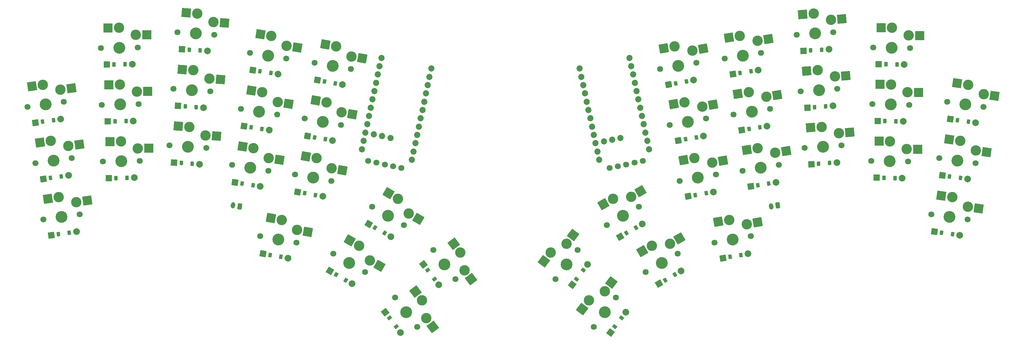
<source format=gbr>
%TF.GenerationSoftware,KiCad,Pcbnew,9.0.2*%
%TF.CreationDate,2025-07-07T14:02:59-04:00*%
%TF.ProjectId,routed_banana_split,726f7574-6564-45f6-9261-6e616e615f73,0.0.1*%
%TF.SameCoordinates,Original*%
%TF.FileFunction,Soldermask,Bot*%
%TF.FilePolarity,Negative*%
%FSLAX46Y46*%
G04 Gerber Fmt 4.6, Leading zero omitted, Abs format (unit mm)*
G04 Created by KiCad (PCBNEW 9.0.2) date 2025-07-07 14:02:59*
%MOMM*%
%LPD*%
G01*
G04 APERTURE LIST*
G04 Aperture macros list*
%AMRoundRect*
0 Rectangle with rounded corners*
0 $1 Rounding radius*
0 $2 $3 $4 $5 $6 $7 $8 $9 X,Y pos of 4 corners*
0 Add a 4 corners polygon primitive as box body*
4,1,4,$2,$3,$4,$5,$6,$7,$8,$9,$2,$3,0*
0 Add four circle primitives for the rounded corners*
1,1,$1+$1,$2,$3*
1,1,$1+$1,$4,$5*
1,1,$1+$1,$6,$7*
1,1,$1+$1,$8,$9*
0 Add four rect primitives between the rounded corners*
20,1,$1+$1,$2,$3,$4,$5,0*
20,1,$1+$1,$4,$5,$6,$7,0*
20,1,$1+$1,$6,$7,$8,$9,0*
20,1,$1+$1,$8,$9,$2,$3,0*%
%AMHorizOval*
0 Thick line with rounded ends*
0 $1 width*
0 $2 $3 position (X,Y) of the first rounded end (center of the circle)*
0 $4 $5 position (X,Y) of the second rounded end (center of the circle)*
0 Add line between two ends*
20,1,$1,$2,$3,$4,$5,0*
0 Add two circle primitives to create the rounded ends*
1,1,$1,$2,$3*
1,1,$1,$4,$5*%
G04 Aperture macros list end*
%ADD10RoundRect,0.050000X0.174973X-1.245001X1.245001X0.174973X-0.174973X1.245001X-1.245001X-0.174973X0*%
%ADD11RoundRect,0.050000X0.208365X-0.720475X0.749998X-0.001703X-0.208365X0.720475X-0.749998X0.001703X0*%
%ADD12C,2.005000*%
%ADD13C,1.852600*%
%ADD14RoundRect,0.050000X-1.017125X-0.738985X0.738985X-1.017125X1.017125X0.738985X-0.738985X1.017125X0*%
%ADD15RoundRect,0.050000X-0.538320X-0.522217X0.350599X-0.663009X0.538320X0.522217X-0.350599X0.663009X0*%
%ADD16C,1.801800*%
%ADD17C,3.100000*%
%ADD18C,3.529000*%
%ADD19RoundRect,0.050000X-1.080630X-1.487360X1.487360X-1.080630X1.080630X1.487360X-1.487360X1.080630X0*%
%ADD20RoundRect,0.050000X-1.029867X-0.721121X0.721121X-1.029867X1.029867X0.721121X-0.721121X1.029867X0*%
%ADD21RoundRect,0.050000X-0.547352X-0.512743X0.338975X-0.669026X0.547352X0.512743X-0.338975X0.669026X0*%
%ADD22RoundRect,0.050000X-1.468274X-1.106423X1.106423X-1.468274X1.468274X1.106423X-1.106423X1.468274X0*%
%ADD23RoundRect,0.050000X-1.387517X-1.206150X1.206150X-1.387517X1.387517X1.206150X-1.206150X1.387517X0*%
%ADD24RoundRect,0.050000X-0.721121X-1.029867X1.029867X-0.721121X0.721121X1.029867X-1.029867X0.721121X0*%
%ADD25RoundRect,0.050000X-0.338975X-0.669026X0.547352X-0.512743X0.338975X0.669026X-0.547352X0.512743X0*%
%ADD26HorizOval,1.800000X0.000000X0.000000X0.000000X0.000000X0*%
%ADD27C,1.800000*%
%ADD28RoundRect,0.050000X-1.214397X-0.325397X0.325397X-1.214397X1.214397X0.325397X-0.325397X1.214397X0*%
%ADD29RoundRect,0.050000X-0.689711X-0.294615X0.089711X-0.744615X0.689711X0.294615X-0.089711X0.744615X0*%
%ADD30RoundRect,0.050000X-1.004073X-0.756623X0.756623X-1.004073X1.004073X0.756623X-0.756623X1.004073X0*%
%ADD31RoundRect,0.050000X-0.529124X-0.531533X0.362117X-0.656789X0.529124X0.531533X-0.362117X0.656789X0*%
%ADD32RoundRect,0.050000X-0.904380X-0.873349X0.873349X-0.904380X0.904380X0.873349X-0.873349X0.904380X0*%
%ADD33RoundRect,0.050000X-0.460403X-0.592055X0.439460X-0.607762X0.460403X0.592055X-0.439460X0.607762X0*%
%ADD34RoundRect,0.050000X-1.277114X-1.322490X1.322490X-1.277114X1.277114X1.322490X-1.322490X1.277114X0*%
%ADD35RoundRect,0.050000X-0.873349X-0.904380X0.904380X-0.873349X0.873349X0.904380X-0.904380X0.873349X0*%
%ADD36RoundRect,0.050000X-0.439460X-0.607762X0.460403X-0.592055X0.439460X0.607762X-0.460403X0.592055X0*%
%ADD37RoundRect,0.050000X-1.054507X-1.505993X1.505993X-1.054507X1.054507X1.505993X-1.505993X1.054507X0*%
%ADD38RoundRect,0.050000X-1.206150X-1.387517X1.387517X-1.206150X1.206150X1.387517X-1.387517X1.206150X0*%
%ADD39RoundRect,0.050000X-0.475833X-1.775833X1.775833X-0.475833X0.475833X1.775833X-1.775833X0.475833X0*%
%ADD40RoundRect,0.050000X-1.505993X-1.054507X1.054507X-1.505993X1.505993X1.054507X-1.054507X1.505993X0*%
%ADD41RoundRect,0.050000X-1.245001X0.174973X-0.174973X-1.245001X1.245001X-0.174973X0.174973X1.245001X0*%
%ADD42RoundRect,0.050000X-0.749998X-0.001703X-0.208365X-0.720475X0.749998X0.001703X0.208365X0.720475X0*%
%ADD43RoundRect,0.050000X-1.775833X-0.475833X0.475833X-1.775833X1.775833X0.475833X-0.475833X1.775833X0*%
%ADD44RoundRect,0.050000X-0.325397X-1.214397X1.214397X-0.325397X0.325397X1.214397X-1.214397X0.325397X0*%
%ADD45RoundRect,0.050000X-0.089711X-0.744615X0.689711X-0.294615X0.089711X0.744615X-0.689711X0.294615X0*%
%ADD46RoundRect,0.050000X-1.322490X-1.277114X1.277114X-1.322490X1.322490X1.277114X-1.277114X1.322490X0*%
%ADD47RoundRect,0.050000X-1.487360X-1.080630X1.080630X-1.487360X1.487360X1.080630X-1.080630X1.487360X0*%
%ADD48HorizOval,1.800000X0.000000X0.000000X0.000000X0.000000X0*%
%ADD49RoundRect,0.050000X-0.824821X-0.948848X0.948848X-0.824821X0.824821X0.948848X-0.948848X0.824821X0*%
%ADD50RoundRect,0.050000X-0.407050X-0.629929X0.490758X-0.567148X0.407050X0.629929X-0.490758X0.567148X0*%
%ADD51RoundRect,0.050000X-1.820586X0.255867X-0.255867X-1.820586X1.820586X-0.255867X0.255867X1.820586X0*%
%ADD52RoundRect,0.050000X-0.948848X-0.824821X0.824821X-0.948848X0.948848X0.824821X-0.824821X0.948848X0*%
%ADD53RoundRect,0.050000X-0.490758X-0.567148X0.407050X-0.629929X0.490758X0.567148X-0.407050X0.629929X0*%
%ADD54RoundRect,0.050000X-1.106423X-1.468274X1.468274X-1.106423X1.106423X1.468274X-1.468274X1.106423X0*%
%ADD55RoundRect,0.050000X-0.756623X-1.004073X1.004073X-0.756623X0.756623X1.004073X-1.004073X0.756623X0*%
%ADD56RoundRect,0.050000X-0.362117X-0.656789X0.529124X-0.531533X0.362117X0.656789X-0.529124X0.531533X0*%
%ADD57RoundRect,0.050000X0.255867X-1.820586X1.820586X0.255867X-0.255867X1.820586X-1.820586X-0.255867X0*%
%ADD58RoundRect,0.050000X-0.738985X-1.017125X1.017125X-0.738985X0.738985X1.017125X-1.017125X0.738985X0*%
%ADD59RoundRect,0.050000X-0.350599X-0.663009X0.538320X-0.522217X0.350599X0.663009X-0.538320X0.522217X0*%
%ADD60RoundRect,0.260000X-0.281170X-0.717822X0.489227X-0.595803X0.281170X0.717822X-0.489227X0.595803X0*%
%ADD61HorizOval,1.300000X-0.043019X0.271614X0.043019X-0.271614X0*%
%ADD62RoundRect,0.260000X-0.489227X-0.595803X0.281170X-0.717822X0.489227X0.595803X-0.281170X0.717822X0*%
%ADD63HorizOval,1.300000X-0.043019X-0.271614X0.043019X0.271614X0*%
G04 APERTURE END LIST*
D10*
%TO.C,D38*%
X250886599Y-181685327D03*
D11*
X252186519Y-179960275D03*
X254172509Y-177324777D03*
D12*
X255472429Y-175599725D03*
%TD*%
D13*
%TO.C,MCU2*%
X241686576Y-102651019D03*
X242214672Y-105135514D03*
X242742767Y-107620009D03*
X243270863Y-110104504D03*
X243798959Y-112588999D03*
X244327053Y-115073494D03*
X244855150Y-117557989D03*
X245383246Y-120042483D03*
X245911342Y-122526978D03*
X246439437Y-125011473D03*
X246967533Y-127495968D03*
X247495629Y-129980463D03*
X262402598Y-126811889D03*
X261874502Y-124327394D03*
X261346407Y-121842899D03*
X260818311Y-119358404D03*
X260290215Y-116873909D03*
X259762121Y-114389414D03*
X259234024Y-111904919D03*
X258705928Y-109420425D03*
X258177832Y-106935930D03*
X257649737Y-104451435D03*
X257121641Y-101966940D03*
X256593545Y-99482445D03*
X248923932Y-124483378D03*
X251408427Y-123955282D03*
X253892922Y-123427186D03*
%TD*%
D14*
%TO.C,D12*%
X144055481Y-103149122D03*
D15*
X146188888Y-103487020D03*
X149448260Y-104003254D03*
D12*
X151581667Y-104341152D03*
%TD*%
D16*
%TO.C,S31*%
X287680384Y-116457787D03*
D17*
X292181885Y-109720651D03*
D18*
X293112670Y-115597397D03*
D17*
X297464482Y-111111393D03*
D16*
X298544956Y-114737007D03*
D19*
X288947206Y-110232974D03*
X300699162Y-110599072D03*
%TD*%
D20*
%TO.C,D13*%
X157427692Y-139622792D03*
D21*
X159554879Y-139997873D03*
X162804745Y-140570911D03*
D12*
X164931932Y-140945992D03*
%TD*%
D16*
%TO.C,S21*%
X346714599Y-146305107D03*
D17*
X352989153Y-141178464D03*
D18*
X352161073Y-147070559D03*
D17*
X357634311Y-144052919D03*
D16*
X357607547Y-147836011D03*
D22*
X349746025Y-140722672D03*
X360877440Y-144508711D03*
%TD*%
D16*
%TO.C,S8*%
X120376298Y-108732655D03*
D17*
X126277951Y-103180810D03*
D18*
X125862900Y-109116316D03*
D17*
X131112307Y-105724233D03*
D16*
X131349502Y-109499977D03*
D23*
X123010929Y-102952357D03*
X134379329Y-105952686D03*
%TD*%
D24*
%TO.C,D34*%
X271170079Y-124204260D03*
D25*
X273297266Y-123829179D03*
X276547132Y-123256141D03*
D12*
X278674319Y-122881060D03*
%TD*%
D24*
%TO.C,D35*%
X268218060Y-107462528D03*
D25*
X270345247Y-107087447D03*
X273595113Y-106514409D03*
D12*
X275722300Y-106139328D03*
%TD*%
D26*
%TO.C,DISP2*%
X250606762Y-132457544D03*
X253091257Y-131929449D03*
X255575752Y-131401353D03*
X258060247Y-130873257D03*
D27*
X260544742Y-130345162D03*
%TD*%
D28*
%TO.C,D19*%
X178655403Y-149209007D03*
D29*
X180526018Y-150289007D03*
X183383902Y-151939007D03*
D12*
X185254517Y-153019007D03*
%TD*%
D30*
%TO.C,D21*%
X347692286Y-151491648D03*
D31*
X349831265Y-151792263D03*
X353099149Y-152251535D03*
D12*
X355238128Y-152552150D03*
%TD*%
D32*
%TO.C,D26*%
X331000834Y-101361267D03*
D33*
X333160505Y-101398965D03*
X336460003Y-101456557D03*
D12*
X338619674Y-101494255D03*
%TD*%
D16*
%TO.C,S5*%
X98954043Y-113521921D03*
D17*
X104349363Y-107476839D03*
D18*
X104453205Y-113425933D03*
D17*
X109386997Y-109589242D03*
D16*
X109952367Y-113329945D03*
D34*
X101074862Y-107533996D03*
X112661498Y-109532085D03*
%TD*%
D35*
%TO.C,D5*%
X100731047Y-118491666D03*
D36*
X102890718Y-118453968D03*
X106190216Y-118396376D03*
D12*
X108349887Y-118358678D03*
%TD*%
D16*
%TO.C,S34*%
X268637515Y-119573686D03*
D17*
X273020751Y-112759015D03*
D18*
X274053958Y-118618621D03*
D17*
X278326816Y-114057351D03*
D16*
X279470401Y-117663556D03*
D37*
X269795506Y-113327713D03*
X281552061Y-113488653D03*
%TD*%
D16*
%TO.C,S27*%
X308890388Y-126458566D03*
D17*
X313961939Y-120139399D03*
D18*
X314376990Y-126074905D03*
D17*
X319103223Y-121985257D03*
D16*
X319863592Y-125691244D03*
D38*
X310694917Y-120367851D03*
X322370246Y-121756805D03*
%TD*%
D16*
%TO.C,S39*%
X249835930Y-149533880D03*
D17*
X251624070Y-141631029D03*
D18*
X254599070Y-146783880D03*
D17*
X257054197Y-141036285D03*
D16*
X259362210Y-144033880D03*
D39*
X248787837Y-143268529D03*
X259890430Y-139398785D03*
%TD*%
D16*
%TO.C,S15*%
X162535648Y-100921825D03*
D17*
X168985298Y-96017284D03*
D18*
X167952091Y-101876890D03*
D17*
X173527310Y-99052102D03*
D16*
X173368534Y-102831955D03*
D40*
X165760052Y-95448586D03*
X176752556Y-99620800D03*
%TD*%
D16*
%TO.C,S35*%
X265685496Y-102831955D03*
D17*
X270068732Y-96017284D03*
D18*
X271101939Y-101876890D03*
D17*
X275374797Y-97315620D03*
D16*
X276518382Y-100921825D03*
D37*
X266843487Y-96585982D03*
X278600042Y-96746922D03*
%TD*%
D41*
%TO.C,D18*%
X183581601Y-175599725D03*
D42*
X184881521Y-177324777D03*
X186867511Y-179960275D03*
D12*
X188167431Y-181685327D03*
%TD*%
D30*
%TO.C,D23*%
X352424171Y-117822534D03*
D31*
X354563150Y-118123149D03*
X357831034Y-118582421D03*
D12*
X359970013Y-118883036D03*
%TD*%
D24*
%TO.C,D36*%
X284488716Y-159426610D03*
D25*
X286615903Y-159051529D03*
X289865769Y-158478491D03*
D12*
X291992956Y-158103410D03*
%TD*%
D16*
%TO.C,S19*%
X179691820Y-144033880D03*
D17*
X187429960Y-141631029D03*
D18*
X184454960Y-146783880D03*
D17*
X190660087Y-146036285D03*
D16*
X189218100Y-149533880D03*
D43*
X184593727Y-139993529D03*
X193496320Y-147673785D03*
%TD*%
D16*
%TO.C,S36*%
X281956152Y-154796036D03*
D17*
X286339388Y-147981365D03*
D18*
X287372595Y-153840971D03*
D17*
X291645453Y-149279701D03*
D16*
X292789038Y-152885906D03*
D37*
X283114143Y-148550063D03*
X294870698Y-148711003D03*
%TD*%
D44*
%TO.C,D39*%
X253799513Y-153019007D03*
D45*
X255670128Y-151939007D03*
X258528012Y-150289007D03*
D12*
X260398627Y-149209007D03*
%TD*%
D16*
%TO.C,S25*%
X329101663Y-113329945D03*
D17*
X334704667Y-107476839D03*
D18*
X334600825Y-113425933D03*
D17*
X339665510Y-109763766D03*
D16*
X340099987Y-113521921D03*
D46*
X331430166Y-107419683D03*
X342940011Y-109820923D03*
%TD*%
D16*
%TO.C,S11*%
X140509075Y-114737007D03*
D17*
X146872146Y-109720651D03*
D18*
X145941361Y-115597397D03*
D17*
X151466432Y-112675738D03*
D16*
X151373647Y-116457787D03*
D47*
X143637467Y-109208329D03*
X154701111Y-113188061D03*
%TD*%
D16*
%TO.C,S17*%
X168093744Y-158122337D03*
D17*
X175831884Y-155719486D03*
D18*
X172856884Y-160872337D03*
D17*
X179062011Y-160124742D03*
D16*
X177620024Y-163622337D03*
D43*
X172995651Y-154081986D03*
X181898244Y-161762242D03*
%TD*%
D48*
%TO.C,DISP1*%
X178509288Y-130345162D03*
X180993783Y-130873257D03*
X183478278Y-131401353D03*
X185962773Y-131929449D03*
D27*
X188447268Y-132457544D03*
%TD*%
D16*
%TO.C,S33*%
X271589534Y-136315418D03*
D17*
X275972770Y-129500747D03*
D18*
X277005977Y-135360353D03*
D17*
X281278835Y-130799083D03*
D16*
X282422420Y-134405288D03*
D37*
X272747525Y-130069445D03*
X284504080Y-130230385D03*
%TD*%
D49*
%TO.C,D29*%
X308553333Y-97411320D03*
D50*
X310708071Y-97260646D03*
X314000033Y-97030450D03*
D12*
X316154771Y-96879776D03*
%TD*%
D16*
%TO.C,S37*%
X261434006Y-163622337D03*
D17*
X263222146Y-155719486D03*
D18*
X266197146Y-160872337D03*
D17*
X268652273Y-155124742D03*
D16*
X270960286Y-158122337D03*
D39*
X260385913Y-157356986D03*
X271488506Y-153487242D03*
%TD*%
D16*
%TO.C,S23*%
X351446484Y-112635993D03*
D17*
X357721038Y-107509350D03*
D18*
X356892958Y-113401445D03*
D17*
X362366196Y-110383805D03*
D16*
X362339432Y-114166897D03*
D22*
X354477910Y-107053558D03*
X365609325Y-110839597D03*
%TD*%
D16*
%TO.C,S20*%
X197980917Y-156952617D03*
D17*
X206042781Y-157764313D03*
D18*
X201290900Y-161345112D03*
D17*
X207294858Y-163081483D03*
D16*
X204600883Y-165737607D03*
D51*
X204071837Y-155148781D03*
X209265802Y-165697015D03*
%TD*%
D52*
%TO.C,D9*%
X122899259Y-96879776D03*
D53*
X125053997Y-97030450D03*
X128345959Y-97260646D03*
D12*
X130500697Y-97411320D03*
%TD*%
D16*
%TO.C,S13*%
X156631610Y-134405288D03*
D17*
X163081260Y-129500747D03*
D18*
X162048053Y-135360353D03*
D17*
X167623272Y-132535565D03*
D16*
X167464496Y-136315418D03*
D40*
X159856014Y-128932049D03*
X170848518Y-133104263D03*
%TD*%
D10*
%TO.C,D40*%
X239463393Y-167396988D03*
D11*
X240763313Y-165671936D03*
X242749303Y-163036438D03*
D12*
X244049223Y-161311386D03*
%TD*%
D20*
%TO.C,D16*%
X147061074Y-158103410D03*
D21*
X149188261Y-158478491D03*
X152438127Y-159051529D03*
D12*
X154565314Y-159426610D03*
%TD*%
D35*
%TO.C,D6*%
X100434356Y-101494255D03*
D36*
X102594027Y-101456557D03*
X105893525Y-101398965D03*
D12*
X108053196Y-101361267D03*
%TD*%
D41*
%TO.C,D20*%
X195004807Y-161311386D03*
D42*
X196304727Y-163036438D03*
X198290717Y-165671936D03*
D12*
X199590637Y-167396988D03*
%TD*%
D52*
%TO.C,D8*%
X121713399Y-113838364D03*
D53*
X123868137Y-113989038D03*
X127160099Y-114219234D03*
D12*
X129314837Y-114369908D03*
%TD*%
D52*
%TO.C,D7*%
X120527539Y-130796953D03*
D53*
X122682277Y-130947627D03*
X125974239Y-131177823D03*
D12*
X128128977Y-131328497D03*
%TD*%
D32*
%TO.C,D24*%
X330407452Y-135356088D03*
D33*
X332567123Y-135393786D03*
X335866621Y-135451378D03*
D12*
X338026292Y-135489076D03*
%TD*%
D16*
%TO.C,S9*%
X121562158Y-91774066D03*
D17*
X127463811Y-86222221D03*
D18*
X127048760Y-92157727D03*
D17*
X132298167Y-88765644D03*
D16*
X132535362Y-92541388D03*
D23*
X124196789Y-85993768D03*
X135565189Y-88994097D03*
%TD*%
D16*
%TO.C,S28*%
X307704528Y-109499977D03*
D17*
X312776079Y-103180810D03*
D18*
X313191130Y-109116316D03*
D17*
X317917363Y-105026668D03*
D16*
X318677732Y-108732655D03*
D38*
X309509057Y-103409262D03*
X321184386Y-104798216D03*
%TD*%
D16*
%TO.C,S1*%
X81446484Y-147836011D03*
D17*
X86064878Y-141178464D03*
D18*
X86892958Y-147070559D03*
D17*
X91322399Y-142661188D03*
D16*
X92339432Y-146305107D03*
D54*
X82821750Y-141634256D03*
X94565527Y-142205396D03*
%TD*%
D20*
%TO.C,D14*%
X160379711Y-122881060D03*
D21*
X162506898Y-123256141D03*
X165756764Y-123829179D03*
D12*
X167883951Y-124204260D03*
%TD*%
D55*
%TO.C,D1*%
X83815902Y-152552150D03*
D56*
X85954881Y-152251535D03*
X89222765Y-151792263D03*
D12*
X91361744Y-151491648D03*
%TD*%
D28*
%TO.C,D17*%
X167057327Y-163297464D03*
D29*
X168927942Y-164377464D03*
X171785826Y-166027464D03*
D12*
X173656441Y-167107464D03*
%TD*%
D16*
%TO.C,S24*%
X328804973Y-130327356D03*
D17*
X334407977Y-124474250D03*
D18*
X334304135Y-130423344D03*
D17*
X339368820Y-126761177D03*
D16*
X339803297Y-130519332D03*
D46*
X331133476Y-124417094D03*
X342643321Y-126818334D03*
%TD*%
D44*
%TO.C,D37*%
X265397589Y-167107464D03*
D45*
X267268204Y-166027464D03*
X270126088Y-164377464D03*
D12*
X271996703Y-163297464D03*
%TD*%
D32*
%TO.C,D25*%
X330704143Y-118358678D03*
D33*
X332863814Y-118396376D03*
X336163312Y-118453968D03*
D12*
X338322983Y-118491666D03*
%TD*%
D16*
%TO.C,S38*%
X245876353Y-180025946D03*
D17*
X244434455Y-172052652D03*
D18*
X249186336Y-175633451D03*
D17*
X249200528Y-169383467D03*
D16*
X252496319Y-171240956D03*
D57*
X242463511Y-174668183D03*
X251171472Y-166767936D03*
%TD*%
D13*
%TO.C,MCU1*%
X182460486Y-99482445D03*
X181932390Y-101966940D03*
X181404294Y-104451435D03*
X180876199Y-106935930D03*
X180348103Y-109420425D03*
X179820007Y-111904919D03*
X179291910Y-114389414D03*
X178763816Y-116873909D03*
X178235720Y-119358404D03*
X177707624Y-121842899D03*
X177179529Y-124327394D03*
X176651433Y-126811889D03*
X191558402Y-129980463D03*
X192086498Y-127495968D03*
X192614594Y-125011473D03*
X193142689Y-122526978D03*
X193670785Y-120042483D03*
X194198881Y-117557989D03*
X194726978Y-115073494D03*
X195255072Y-112588999D03*
X195783168Y-110104504D03*
X196311264Y-107620009D03*
X196839359Y-105135514D03*
X197367455Y-102651019D03*
X180192119Y-122370995D03*
X182676614Y-122899090D03*
X185161109Y-123427186D03*
%TD*%
D58*
%TO.C,D30*%
X292791135Y-137922555D03*
D59*
X294924542Y-137584657D03*
X298183914Y-137068423D03*
D12*
X300317321Y-136730525D03*
%TD*%
D16*
%TO.C,S26*%
X329398354Y-96332534D03*
D17*
X335001358Y-90479428D03*
D18*
X334897516Y-96428522D03*
D17*
X339962201Y-92766355D03*
D16*
X340396678Y-96524510D03*
D46*
X331726857Y-90422272D03*
X343236702Y-92823512D03*
%TD*%
D35*
%TO.C,D4*%
X101027738Y-135489076D03*
D36*
X103187409Y-135451378D03*
X106486907Y-135393786D03*
D12*
X108646578Y-135356088D03*
%TD*%
D20*
%TO.C,D15*%
X163331730Y-106139328D03*
D21*
X165458917Y-106514409D03*
X168708783Y-107087447D03*
D12*
X170835970Y-107462528D03*
%TD*%
D16*
%TO.C,S16*%
X146264992Y-152885906D03*
D17*
X152714642Y-147981365D03*
D18*
X151681435Y-153840971D03*
D17*
X157256654Y-151016183D03*
D16*
X157097878Y-154796036D03*
D40*
X149489396Y-147412667D03*
X160481900Y-151584881D03*
%TD*%
D49*
%TO.C,D27*%
X310925054Y-131328497D03*
D50*
X313079792Y-131177823D03*
X316371754Y-130947627D03*
D12*
X318526492Y-130796953D03*
%TD*%
D16*
%TO.C,S18*%
X186557711Y-171240956D03*
D17*
X194619575Y-172052652D03*
D18*
X189867694Y-175633451D03*
D17*
X195871652Y-177369822D03*
D16*
X193177677Y-180025946D03*
D51*
X192648631Y-169437120D03*
X197842596Y-179985354D03*
%TD*%
D16*
%TO.C,S7*%
X119190438Y-125691244D03*
D17*
X125092091Y-120139399D03*
D18*
X124677040Y-126074905D03*
D17*
X129926447Y-122682822D03*
D16*
X130163642Y-126458566D03*
D23*
X121825069Y-119910946D03*
X133193469Y-122911275D03*
%TD*%
D49*
%TO.C,D28*%
X309739194Y-114369908D03*
D50*
X311893932Y-114219234D03*
X315185894Y-113989038D03*
D12*
X317340632Y-113838364D03*
%TD*%
D16*
%TO.C,S22*%
X349080541Y-129470550D03*
D17*
X355355095Y-124343907D03*
D18*
X354527015Y-130236002D03*
D17*
X360000253Y-127218362D03*
D16*
X359973489Y-131001454D03*
D22*
X352111967Y-123888115D03*
X363243382Y-127674154D03*
%TD*%
D55*
%TO.C,D3*%
X79084017Y-118883036D03*
D56*
X81222996Y-118582421D03*
X84490880Y-118123149D03*
D12*
X86629859Y-117822534D03*
%TD*%
D16*
%TO.C,S10*%
X137849689Y-131527708D03*
D17*
X144212760Y-126511352D03*
D18*
X143281975Y-132388098D03*
D17*
X148807046Y-129466439D03*
D16*
X148714261Y-133248488D03*
D47*
X140978081Y-125999030D03*
X152041725Y-129978762D03*
%TD*%
D30*
%TO.C,D22*%
X350058229Y-134657091D03*
D31*
X352197208Y-134957706D03*
X355465092Y-135416978D03*
D12*
X357604071Y-135717593D03*
%TD*%
D16*
%TO.C,S32*%
X285020998Y-99667085D03*
D17*
X289522499Y-92929949D03*
D18*
X290453284Y-98806695D03*
D17*
X294805096Y-94320691D03*
D16*
X295885570Y-97946305D03*
D19*
X286287820Y-93442272D03*
X298039776Y-93808370D03*
%TD*%
D58*
%TO.C,D31*%
X290131749Y-121131853D03*
D59*
X292265156Y-120793955D03*
X295524528Y-120277721D03*
D12*
X297657935Y-119939823D03*
%TD*%
D14*
%TO.C,D11*%
X141396095Y-119939823D03*
D15*
X143529502Y-120277721D03*
X146788874Y-120793955D03*
D12*
X148922281Y-121131853D03*
%TD*%
D16*
%TO.C,S4*%
X99250734Y-130519332D03*
D17*
X104646054Y-124474250D03*
D18*
X104749896Y-130423344D03*
D17*
X109683688Y-126586653D03*
D16*
X110249058Y-130327356D03*
D34*
X101371553Y-124531407D03*
X112958189Y-126529496D03*
%TD*%
D16*
%TO.C,S3*%
X76714598Y-114166897D03*
D17*
X81332992Y-107509350D03*
D18*
X82161072Y-113401445D03*
D17*
X86590513Y-108992074D03*
D16*
X87607546Y-112635993D03*
D54*
X78089864Y-107965142D03*
X89833641Y-108536282D03*
%TD*%
D16*
%TO.C,S6*%
X98657352Y-96524510D03*
D17*
X104052672Y-90479428D03*
D18*
X104156514Y-96428522D03*
D17*
X109090306Y-92591831D03*
D16*
X109655676Y-96332534D03*
D34*
X100778171Y-90536585D03*
X112364807Y-92534674D03*
%TD*%
D16*
%TO.C,S2*%
X79080541Y-131001454D03*
D17*
X83698935Y-124343907D03*
D18*
X84527015Y-130236002D03*
D17*
X88956456Y-125826631D03*
D16*
X89973489Y-129470550D03*
D54*
X80455807Y-124799699D03*
X92199584Y-125370839D03*
%TD*%
D58*
%TO.C,D32*%
X287472363Y-104341152D03*
D59*
X289605770Y-104003254D03*
X292865142Y-103487020D03*
D12*
X294998549Y-103149122D03*
%TD*%
D55*
%TO.C,D2*%
X81449960Y-135717593D03*
D56*
X83588939Y-135416978D03*
X86856823Y-134957706D03*
D12*
X88995802Y-134657091D03*
%TD*%
D14*
%TO.C,D10*%
X138736709Y-136730525D03*
D15*
X140870116Y-137068423D03*
X144129488Y-137584657D03*
D12*
X146262895Y-137922555D03*
%TD*%
D16*
%TO.C,S12*%
X143168460Y-97946305D03*
D17*
X149531531Y-92929949D03*
D18*
X148600746Y-98806695D03*
D17*
X154125817Y-95885036D03*
D16*
X154033032Y-99667085D03*
D47*
X146296852Y-92417627D03*
X157360496Y-96397359D03*
%TD*%
D16*
%TO.C,S30*%
X290339770Y-133248488D03*
D17*
X294841271Y-126511352D03*
D18*
X295772056Y-132388098D03*
D17*
X300123868Y-127902094D03*
D16*
X301204342Y-131527708D03*
D19*
X291606592Y-127023675D03*
X303358548Y-127389773D03*
%TD*%
D16*
%TO.C,S14*%
X159583629Y-117663556D03*
D17*
X166033279Y-112759015D03*
D18*
X165000072Y-118618621D03*
D17*
X170575291Y-115793833D03*
D16*
X170416515Y-119573686D03*
D40*
X162808033Y-112190317D03*
X173800537Y-116362531D03*
%TD*%
D16*
%TO.C,S40*%
X234453148Y-165737607D03*
D17*
X233011250Y-157764313D03*
D18*
X237763131Y-161345112D03*
D17*
X237777323Y-155095128D03*
D16*
X241073114Y-156952617D03*
D57*
X231040306Y-160379844D03*
X239748267Y-152479597D03*
%TD*%
D24*
%TO.C,D33*%
X274122098Y-140945992D03*
D25*
X276249285Y-140570911D03*
X279499151Y-139997873D03*
D12*
X281626338Y-139622792D03*
%TD*%
D16*
%TO.C,S29*%
X306518668Y-92541388D03*
D17*
X311590219Y-86222221D03*
D18*
X312005270Y-92157727D03*
D17*
X316731503Y-88068079D03*
D16*
X317491872Y-91774066D03*
D38*
X308323197Y-86450673D03*
X319998526Y-87839627D03*
%TD*%
D60*
%TO.C,JST2*%
X300892997Y-143625356D03*
D61*
X298917621Y-143938224D03*
%TD*%
D62*
%TO.C,JST1*%
X140136409Y-143938224D03*
D63*
X138161033Y-143625356D03*
%TD*%
M02*

</source>
